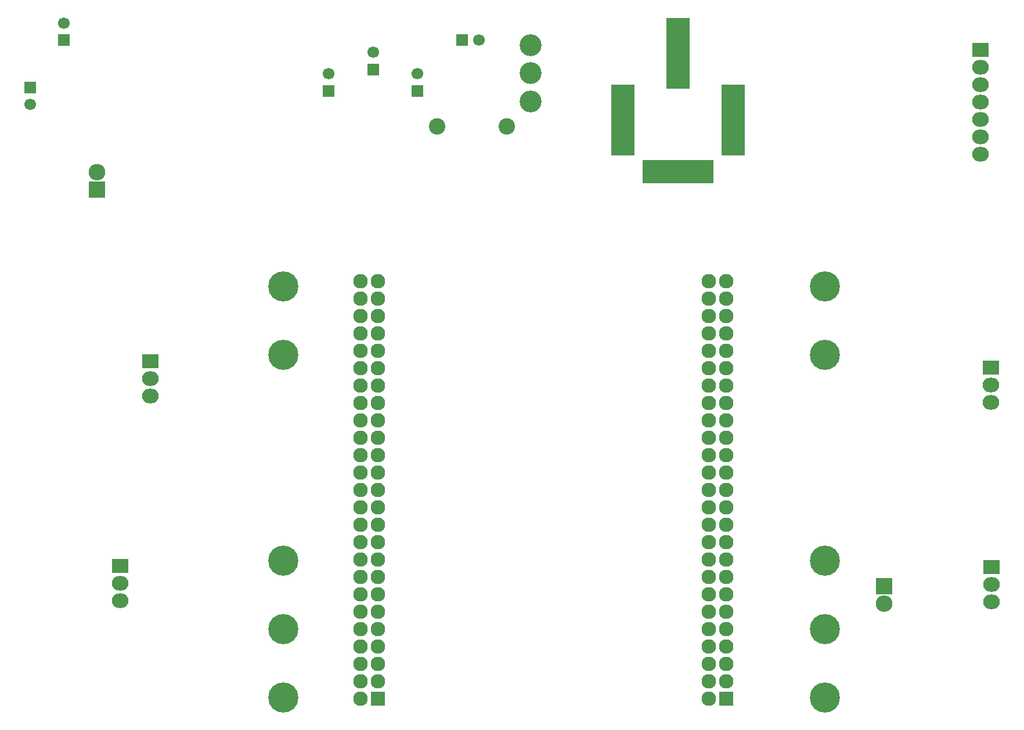
<source format=gbr>
G04 #@! TF.FileFunction,Soldermask,Bot*
%FSLAX46Y46*%
G04 Gerber Fmt 4.6, Leading zero omitted, Abs format (unit mm)*
G04 Created by KiCad (PCBNEW 4.0.5) date Wed Mar 22 03:01:49 2017*
%MOMM*%
%LPD*%
G01*
G04 APERTURE LIST*
%ADD10C,0.100000*%
%ADD11C,1.700000*%
%ADD12R,1.700000X1.700000*%
%ADD13R,2.432000X2.432000*%
%ADD14O,2.432000X2.432000*%
%ADD15R,3.400000X10.400000*%
%ADD16R,10.400000X3.400000*%
%ADD17C,3.200000*%
%ADD18C,4.400000*%
%ADD19R,2.432000X2.127200*%
%ADD20O,2.432000X2.127200*%
%ADD21R,2.127200X2.127200*%
%ADD22O,2.127200X2.127200*%
%ADD23C,2.398980*%
G04 APERTURE END LIST*
D10*
D11*
X144250000Y-43750000D03*
D12*
X141750000Y-43750000D03*
D11*
X135300000Y-48700000D03*
D12*
X135300000Y-51200000D03*
D11*
X122300000Y-48700000D03*
D12*
X122300000Y-51200000D03*
D11*
X128800000Y-45600000D03*
D12*
X128800000Y-48100000D03*
D11*
X78800000Y-53200000D03*
D12*
X78800000Y-50700000D03*
D13*
X203300000Y-123550000D03*
D14*
X203300000Y-126090000D03*
D13*
X88550000Y-65590000D03*
D14*
X88550000Y-63050000D03*
D15*
X165200000Y-55500000D03*
X181300000Y-55500000D03*
D16*
X173250000Y-63000000D03*
D15*
X173250000Y-45700000D03*
D17*
X151800000Y-52749999D03*
X151800000Y-48649999D03*
X151800000Y-44550000D03*
D18*
X115720000Y-79800000D03*
X115720000Y-89800000D03*
X115720000Y-119800000D03*
X115720000Y-129800000D03*
X115720000Y-139800000D03*
X194680000Y-139800000D03*
X194680000Y-119800000D03*
X194680000Y-89800000D03*
X194680000Y-129800000D03*
X194680000Y-79800000D03*
D19*
X96300000Y-90660000D03*
D20*
X96300000Y-93200000D03*
X96300000Y-95740000D03*
D19*
X91900000Y-120560000D03*
D20*
X91900000Y-123100000D03*
X91900000Y-125640000D03*
D19*
X218900000Y-91660000D03*
D20*
X218900000Y-94200000D03*
X218900000Y-96740000D03*
D19*
X219000000Y-120720000D03*
D20*
X219000000Y-123260000D03*
X219000000Y-125800000D03*
D21*
X180340000Y-140000000D03*
D22*
X177800000Y-140000000D03*
X180340000Y-137460000D03*
X177800000Y-137460000D03*
X180340000Y-134920000D03*
X177800000Y-134920000D03*
X180340000Y-132380000D03*
X177800000Y-132380000D03*
X180340000Y-129840000D03*
X177800000Y-129840000D03*
X180340000Y-127300000D03*
X177800000Y-127300000D03*
X180340000Y-124760000D03*
X177800000Y-124760000D03*
X180340000Y-122220000D03*
X177800000Y-122220000D03*
X180340000Y-119680000D03*
X177800000Y-119680000D03*
X180340000Y-117140000D03*
X177800000Y-117140000D03*
X180340000Y-114600000D03*
X177800000Y-114600000D03*
X180340000Y-112060000D03*
X177800000Y-112060000D03*
X180340000Y-109520000D03*
X177800000Y-109520000D03*
X180340000Y-106980000D03*
X177800000Y-106980000D03*
X180340000Y-104440000D03*
X177800000Y-104440000D03*
X180340000Y-101900000D03*
X177800000Y-101900000D03*
X180340000Y-99360000D03*
X177800000Y-99360000D03*
X180340000Y-96820000D03*
X177800000Y-96820000D03*
X180340000Y-94280000D03*
X177800000Y-94280000D03*
X180340000Y-91740000D03*
X177800000Y-91740000D03*
X180340000Y-89200000D03*
X177800000Y-89200000D03*
X180340000Y-86660000D03*
X177800000Y-86660000D03*
X180340000Y-84120000D03*
X177800000Y-84120000D03*
X180340000Y-81580000D03*
X177800000Y-81580000D03*
X180340000Y-79040000D03*
X177800000Y-79040000D03*
D21*
X129540000Y-140000000D03*
D22*
X127000000Y-140000000D03*
X129540000Y-137460000D03*
X127000000Y-137460000D03*
X129540000Y-134920000D03*
X127000000Y-134920000D03*
X129540000Y-132380000D03*
X127000000Y-132380000D03*
X129540000Y-129840000D03*
X127000000Y-129840000D03*
X129540000Y-127300000D03*
X127000000Y-127300000D03*
X129540000Y-124760000D03*
X127000000Y-124760000D03*
X129540000Y-122220000D03*
X127000000Y-122220000D03*
X129540000Y-119680000D03*
X127000000Y-119680000D03*
X129540000Y-117140000D03*
X127000000Y-117140000D03*
X129540000Y-114600000D03*
X127000000Y-114600000D03*
X129540000Y-112060000D03*
X127000000Y-112060000D03*
X129540000Y-109520000D03*
X127000000Y-109520000D03*
X129540000Y-106980000D03*
X127000000Y-106980000D03*
X129540000Y-104440000D03*
X127000000Y-104440000D03*
X129540000Y-101900000D03*
X127000000Y-101900000D03*
X129540000Y-99360000D03*
X127000000Y-99360000D03*
X129540000Y-96820000D03*
X127000000Y-96820000D03*
X129540000Y-94280000D03*
X127000000Y-94280000D03*
X129540000Y-91740000D03*
X127000000Y-91740000D03*
X129540000Y-89200000D03*
X127000000Y-89200000D03*
X129540000Y-86660000D03*
X127000000Y-86660000D03*
X129540000Y-84120000D03*
X127000000Y-84120000D03*
X129540000Y-81580000D03*
X127000000Y-81580000D03*
X129540000Y-79040000D03*
X127000000Y-79040000D03*
D19*
X217400000Y-45220000D03*
D20*
X217400000Y-47760000D03*
X217400000Y-50300000D03*
X217400000Y-52840000D03*
X217400000Y-55380000D03*
X217400000Y-57920000D03*
X217400000Y-60460000D03*
D23*
X138120000Y-56400000D03*
X148280000Y-56400000D03*
D11*
X83700000Y-41300000D03*
D12*
X83700000Y-43800000D03*
M02*

</source>
